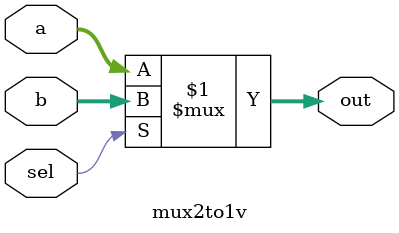
<source format=v>
module mux2to1v(	// file.cleaned.mlir:2:3
  input  [99:0] a,	// file.cleaned.mlir:2:26
                b,	// file.cleaned.mlir:2:40
  input         sel,	// file.cleaned.mlir:2:54
  output [99:0] out	// file.cleaned.mlir:2:69
);

  assign out = sel ? b : a;	// file.cleaned.mlir:3:10, :4:5
endmodule


</source>
